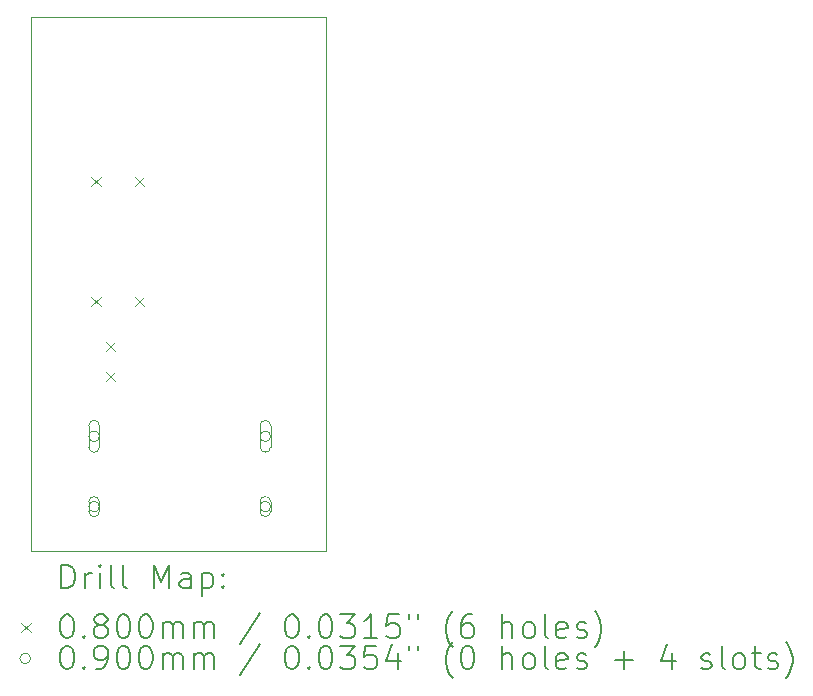
<source format=gbr>
%TF.GenerationSoftware,KiCad,Pcbnew,8.0.5*%
%TF.CreationDate,2024-12-17T10:43:07+01:00*%
%TF.ProjectId,ffc2hdmi,66666332-6864-46d6-992e-6b696361645f,rev?*%
%TF.SameCoordinates,Original*%
%TF.FileFunction,Drillmap*%
%TF.FilePolarity,Positive*%
%FSLAX45Y45*%
G04 Gerber Fmt 4.5, Leading zero omitted, Abs format (unit mm)*
G04 Created by KiCad (PCBNEW 8.0.5) date 2024-12-17 10:43:07*
%MOMM*%
%LPD*%
G01*
G04 APERTURE LIST*
%ADD10C,0.050000*%
%ADD11C,0.200000*%
%ADD12C,0.100000*%
G04 APERTURE END LIST*
D10*
X13600110Y-7905000D02*
X16100110Y-7905000D01*
X16100110Y-12430000D01*
X13600110Y-12430000D01*
X13600110Y-7905000D01*
D11*
D12*
X14112500Y-9257500D02*
X14192500Y-9337500D01*
X14192500Y-9257500D02*
X14112500Y-9337500D01*
X14112500Y-10273500D02*
X14192500Y-10353500D01*
X14192500Y-10273500D02*
X14112500Y-10353500D01*
X14232500Y-10657500D02*
X14312500Y-10737500D01*
X14312500Y-10657500D02*
X14232500Y-10737500D01*
X14232500Y-10907500D02*
X14312500Y-10987500D01*
X14312500Y-10907500D02*
X14232500Y-10987500D01*
X14480000Y-9257500D02*
X14560000Y-9337500D01*
X14560000Y-9257500D02*
X14480000Y-9337500D01*
X14480000Y-10273500D02*
X14560000Y-10353500D01*
X14560000Y-10273500D02*
X14480000Y-10353500D01*
X14180000Y-11456000D02*
G75*
G02*
X14090000Y-11456000I-45000J0D01*
G01*
X14090000Y-11456000D02*
G75*
G02*
X14180000Y-11456000I45000J0D01*
G01*
X14090000Y-11366000D02*
X14090000Y-11546000D01*
X14180000Y-11546000D02*
G75*
G02*
X14090000Y-11546000I-45000J0D01*
G01*
X14180000Y-11546000D02*
X14180000Y-11366000D01*
X14180000Y-11366000D02*
G75*
G03*
X14090000Y-11366000I-45000J0D01*
G01*
X14180000Y-12051000D02*
G75*
G02*
X14090000Y-12051000I-45000J0D01*
G01*
X14090000Y-12051000D02*
G75*
G02*
X14180000Y-12051000I45000J0D01*
G01*
X14090000Y-12011000D02*
X14090000Y-12091000D01*
X14180000Y-12091000D02*
G75*
G02*
X14090000Y-12091000I-45000J0D01*
G01*
X14180000Y-12091000D02*
X14180000Y-12011000D01*
X14180000Y-12011000D02*
G75*
G03*
X14090000Y-12011000I-45000J0D01*
G01*
X15630000Y-11456000D02*
G75*
G02*
X15540000Y-11456000I-45000J0D01*
G01*
X15540000Y-11456000D02*
G75*
G02*
X15630000Y-11456000I45000J0D01*
G01*
X15540000Y-11366000D02*
X15540000Y-11546000D01*
X15630000Y-11546000D02*
G75*
G02*
X15540000Y-11546000I-45000J0D01*
G01*
X15630000Y-11546000D02*
X15630000Y-11366000D01*
X15630000Y-11366000D02*
G75*
G03*
X15540000Y-11366000I-45000J0D01*
G01*
X15630000Y-12051000D02*
G75*
G02*
X15540000Y-12051000I-45000J0D01*
G01*
X15540000Y-12051000D02*
G75*
G02*
X15630000Y-12051000I45000J0D01*
G01*
X15540000Y-12011000D02*
X15540000Y-12091000D01*
X15630000Y-12091000D02*
G75*
G02*
X15540000Y-12091000I-45000J0D01*
G01*
X15630000Y-12091000D02*
X15630000Y-12011000D01*
X15630000Y-12011000D02*
G75*
G03*
X15540000Y-12011000I-45000J0D01*
G01*
D11*
X13858387Y-12743984D02*
X13858387Y-12543984D01*
X13858387Y-12543984D02*
X13906006Y-12543984D01*
X13906006Y-12543984D02*
X13934577Y-12553508D01*
X13934577Y-12553508D02*
X13953625Y-12572555D01*
X13953625Y-12572555D02*
X13963149Y-12591603D01*
X13963149Y-12591603D02*
X13972672Y-12629698D01*
X13972672Y-12629698D02*
X13972672Y-12658269D01*
X13972672Y-12658269D02*
X13963149Y-12696365D01*
X13963149Y-12696365D02*
X13953625Y-12715412D01*
X13953625Y-12715412D02*
X13934577Y-12734460D01*
X13934577Y-12734460D02*
X13906006Y-12743984D01*
X13906006Y-12743984D02*
X13858387Y-12743984D01*
X14058387Y-12743984D02*
X14058387Y-12610650D01*
X14058387Y-12648746D02*
X14067911Y-12629698D01*
X14067911Y-12629698D02*
X14077434Y-12620174D01*
X14077434Y-12620174D02*
X14096482Y-12610650D01*
X14096482Y-12610650D02*
X14115530Y-12610650D01*
X14182196Y-12743984D02*
X14182196Y-12610650D01*
X14182196Y-12543984D02*
X14172672Y-12553508D01*
X14172672Y-12553508D02*
X14182196Y-12563031D01*
X14182196Y-12563031D02*
X14191720Y-12553508D01*
X14191720Y-12553508D02*
X14182196Y-12543984D01*
X14182196Y-12543984D02*
X14182196Y-12563031D01*
X14306006Y-12743984D02*
X14286958Y-12734460D01*
X14286958Y-12734460D02*
X14277434Y-12715412D01*
X14277434Y-12715412D02*
X14277434Y-12543984D01*
X14410768Y-12743984D02*
X14391720Y-12734460D01*
X14391720Y-12734460D02*
X14382196Y-12715412D01*
X14382196Y-12715412D02*
X14382196Y-12543984D01*
X14639339Y-12743984D02*
X14639339Y-12543984D01*
X14639339Y-12543984D02*
X14706006Y-12686841D01*
X14706006Y-12686841D02*
X14772672Y-12543984D01*
X14772672Y-12543984D02*
X14772672Y-12743984D01*
X14953625Y-12743984D02*
X14953625Y-12639222D01*
X14953625Y-12639222D02*
X14944101Y-12620174D01*
X14944101Y-12620174D02*
X14925053Y-12610650D01*
X14925053Y-12610650D02*
X14886958Y-12610650D01*
X14886958Y-12610650D02*
X14867911Y-12620174D01*
X14953625Y-12734460D02*
X14934577Y-12743984D01*
X14934577Y-12743984D02*
X14886958Y-12743984D01*
X14886958Y-12743984D02*
X14867911Y-12734460D01*
X14867911Y-12734460D02*
X14858387Y-12715412D01*
X14858387Y-12715412D02*
X14858387Y-12696365D01*
X14858387Y-12696365D02*
X14867911Y-12677317D01*
X14867911Y-12677317D02*
X14886958Y-12667793D01*
X14886958Y-12667793D02*
X14934577Y-12667793D01*
X14934577Y-12667793D02*
X14953625Y-12658269D01*
X15048863Y-12610650D02*
X15048863Y-12810650D01*
X15048863Y-12620174D02*
X15067911Y-12610650D01*
X15067911Y-12610650D02*
X15106006Y-12610650D01*
X15106006Y-12610650D02*
X15125053Y-12620174D01*
X15125053Y-12620174D02*
X15134577Y-12629698D01*
X15134577Y-12629698D02*
X15144101Y-12648746D01*
X15144101Y-12648746D02*
X15144101Y-12705888D01*
X15144101Y-12705888D02*
X15134577Y-12724936D01*
X15134577Y-12724936D02*
X15125053Y-12734460D01*
X15125053Y-12734460D02*
X15106006Y-12743984D01*
X15106006Y-12743984D02*
X15067911Y-12743984D01*
X15067911Y-12743984D02*
X15048863Y-12734460D01*
X15229815Y-12724936D02*
X15239339Y-12734460D01*
X15239339Y-12734460D02*
X15229815Y-12743984D01*
X15229815Y-12743984D02*
X15220292Y-12734460D01*
X15220292Y-12734460D02*
X15229815Y-12724936D01*
X15229815Y-12724936D02*
X15229815Y-12743984D01*
X15229815Y-12620174D02*
X15239339Y-12629698D01*
X15239339Y-12629698D02*
X15229815Y-12639222D01*
X15229815Y-12639222D02*
X15220292Y-12629698D01*
X15220292Y-12629698D02*
X15229815Y-12620174D01*
X15229815Y-12620174D02*
X15229815Y-12639222D01*
D12*
X13517610Y-13032500D02*
X13597610Y-13112500D01*
X13597610Y-13032500D02*
X13517610Y-13112500D01*
D11*
X13896482Y-12963984D02*
X13915530Y-12963984D01*
X13915530Y-12963984D02*
X13934577Y-12973508D01*
X13934577Y-12973508D02*
X13944101Y-12983031D01*
X13944101Y-12983031D02*
X13953625Y-13002079D01*
X13953625Y-13002079D02*
X13963149Y-13040174D01*
X13963149Y-13040174D02*
X13963149Y-13087793D01*
X13963149Y-13087793D02*
X13953625Y-13125888D01*
X13953625Y-13125888D02*
X13944101Y-13144936D01*
X13944101Y-13144936D02*
X13934577Y-13154460D01*
X13934577Y-13154460D02*
X13915530Y-13163984D01*
X13915530Y-13163984D02*
X13896482Y-13163984D01*
X13896482Y-13163984D02*
X13877434Y-13154460D01*
X13877434Y-13154460D02*
X13867911Y-13144936D01*
X13867911Y-13144936D02*
X13858387Y-13125888D01*
X13858387Y-13125888D02*
X13848863Y-13087793D01*
X13848863Y-13087793D02*
X13848863Y-13040174D01*
X13848863Y-13040174D02*
X13858387Y-13002079D01*
X13858387Y-13002079D02*
X13867911Y-12983031D01*
X13867911Y-12983031D02*
X13877434Y-12973508D01*
X13877434Y-12973508D02*
X13896482Y-12963984D01*
X14048863Y-13144936D02*
X14058387Y-13154460D01*
X14058387Y-13154460D02*
X14048863Y-13163984D01*
X14048863Y-13163984D02*
X14039339Y-13154460D01*
X14039339Y-13154460D02*
X14048863Y-13144936D01*
X14048863Y-13144936D02*
X14048863Y-13163984D01*
X14172672Y-13049698D02*
X14153625Y-13040174D01*
X14153625Y-13040174D02*
X14144101Y-13030650D01*
X14144101Y-13030650D02*
X14134577Y-13011603D01*
X14134577Y-13011603D02*
X14134577Y-13002079D01*
X14134577Y-13002079D02*
X14144101Y-12983031D01*
X14144101Y-12983031D02*
X14153625Y-12973508D01*
X14153625Y-12973508D02*
X14172672Y-12963984D01*
X14172672Y-12963984D02*
X14210768Y-12963984D01*
X14210768Y-12963984D02*
X14229815Y-12973508D01*
X14229815Y-12973508D02*
X14239339Y-12983031D01*
X14239339Y-12983031D02*
X14248863Y-13002079D01*
X14248863Y-13002079D02*
X14248863Y-13011603D01*
X14248863Y-13011603D02*
X14239339Y-13030650D01*
X14239339Y-13030650D02*
X14229815Y-13040174D01*
X14229815Y-13040174D02*
X14210768Y-13049698D01*
X14210768Y-13049698D02*
X14172672Y-13049698D01*
X14172672Y-13049698D02*
X14153625Y-13059222D01*
X14153625Y-13059222D02*
X14144101Y-13068746D01*
X14144101Y-13068746D02*
X14134577Y-13087793D01*
X14134577Y-13087793D02*
X14134577Y-13125888D01*
X14134577Y-13125888D02*
X14144101Y-13144936D01*
X14144101Y-13144936D02*
X14153625Y-13154460D01*
X14153625Y-13154460D02*
X14172672Y-13163984D01*
X14172672Y-13163984D02*
X14210768Y-13163984D01*
X14210768Y-13163984D02*
X14229815Y-13154460D01*
X14229815Y-13154460D02*
X14239339Y-13144936D01*
X14239339Y-13144936D02*
X14248863Y-13125888D01*
X14248863Y-13125888D02*
X14248863Y-13087793D01*
X14248863Y-13087793D02*
X14239339Y-13068746D01*
X14239339Y-13068746D02*
X14229815Y-13059222D01*
X14229815Y-13059222D02*
X14210768Y-13049698D01*
X14372672Y-12963984D02*
X14391720Y-12963984D01*
X14391720Y-12963984D02*
X14410768Y-12973508D01*
X14410768Y-12973508D02*
X14420292Y-12983031D01*
X14420292Y-12983031D02*
X14429815Y-13002079D01*
X14429815Y-13002079D02*
X14439339Y-13040174D01*
X14439339Y-13040174D02*
X14439339Y-13087793D01*
X14439339Y-13087793D02*
X14429815Y-13125888D01*
X14429815Y-13125888D02*
X14420292Y-13144936D01*
X14420292Y-13144936D02*
X14410768Y-13154460D01*
X14410768Y-13154460D02*
X14391720Y-13163984D01*
X14391720Y-13163984D02*
X14372672Y-13163984D01*
X14372672Y-13163984D02*
X14353625Y-13154460D01*
X14353625Y-13154460D02*
X14344101Y-13144936D01*
X14344101Y-13144936D02*
X14334577Y-13125888D01*
X14334577Y-13125888D02*
X14325053Y-13087793D01*
X14325053Y-13087793D02*
X14325053Y-13040174D01*
X14325053Y-13040174D02*
X14334577Y-13002079D01*
X14334577Y-13002079D02*
X14344101Y-12983031D01*
X14344101Y-12983031D02*
X14353625Y-12973508D01*
X14353625Y-12973508D02*
X14372672Y-12963984D01*
X14563149Y-12963984D02*
X14582196Y-12963984D01*
X14582196Y-12963984D02*
X14601244Y-12973508D01*
X14601244Y-12973508D02*
X14610768Y-12983031D01*
X14610768Y-12983031D02*
X14620292Y-13002079D01*
X14620292Y-13002079D02*
X14629815Y-13040174D01*
X14629815Y-13040174D02*
X14629815Y-13087793D01*
X14629815Y-13087793D02*
X14620292Y-13125888D01*
X14620292Y-13125888D02*
X14610768Y-13144936D01*
X14610768Y-13144936D02*
X14601244Y-13154460D01*
X14601244Y-13154460D02*
X14582196Y-13163984D01*
X14582196Y-13163984D02*
X14563149Y-13163984D01*
X14563149Y-13163984D02*
X14544101Y-13154460D01*
X14544101Y-13154460D02*
X14534577Y-13144936D01*
X14534577Y-13144936D02*
X14525053Y-13125888D01*
X14525053Y-13125888D02*
X14515530Y-13087793D01*
X14515530Y-13087793D02*
X14515530Y-13040174D01*
X14515530Y-13040174D02*
X14525053Y-13002079D01*
X14525053Y-13002079D02*
X14534577Y-12983031D01*
X14534577Y-12983031D02*
X14544101Y-12973508D01*
X14544101Y-12973508D02*
X14563149Y-12963984D01*
X14715530Y-13163984D02*
X14715530Y-13030650D01*
X14715530Y-13049698D02*
X14725053Y-13040174D01*
X14725053Y-13040174D02*
X14744101Y-13030650D01*
X14744101Y-13030650D02*
X14772673Y-13030650D01*
X14772673Y-13030650D02*
X14791720Y-13040174D01*
X14791720Y-13040174D02*
X14801244Y-13059222D01*
X14801244Y-13059222D02*
X14801244Y-13163984D01*
X14801244Y-13059222D02*
X14810768Y-13040174D01*
X14810768Y-13040174D02*
X14829815Y-13030650D01*
X14829815Y-13030650D02*
X14858387Y-13030650D01*
X14858387Y-13030650D02*
X14877434Y-13040174D01*
X14877434Y-13040174D02*
X14886958Y-13059222D01*
X14886958Y-13059222D02*
X14886958Y-13163984D01*
X14982196Y-13163984D02*
X14982196Y-13030650D01*
X14982196Y-13049698D02*
X14991720Y-13040174D01*
X14991720Y-13040174D02*
X15010768Y-13030650D01*
X15010768Y-13030650D02*
X15039339Y-13030650D01*
X15039339Y-13030650D02*
X15058387Y-13040174D01*
X15058387Y-13040174D02*
X15067911Y-13059222D01*
X15067911Y-13059222D02*
X15067911Y-13163984D01*
X15067911Y-13059222D02*
X15077434Y-13040174D01*
X15077434Y-13040174D02*
X15096482Y-13030650D01*
X15096482Y-13030650D02*
X15125053Y-13030650D01*
X15125053Y-13030650D02*
X15144101Y-13040174D01*
X15144101Y-13040174D02*
X15153625Y-13059222D01*
X15153625Y-13059222D02*
X15153625Y-13163984D01*
X15544101Y-12954460D02*
X15372673Y-13211603D01*
X15801244Y-12963984D02*
X15820292Y-12963984D01*
X15820292Y-12963984D02*
X15839339Y-12973508D01*
X15839339Y-12973508D02*
X15848863Y-12983031D01*
X15848863Y-12983031D02*
X15858387Y-13002079D01*
X15858387Y-13002079D02*
X15867911Y-13040174D01*
X15867911Y-13040174D02*
X15867911Y-13087793D01*
X15867911Y-13087793D02*
X15858387Y-13125888D01*
X15858387Y-13125888D02*
X15848863Y-13144936D01*
X15848863Y-13144936D02*
X15839339Y-13154460D01*
X15839339Y-13154460D02*
X15820292Y-13163984D01*
X15820292Y-13163984D02*
X15801244Y-13163984D01*
X15801244Y-13163984D02*
X15782196Y-13154460D01*
X15782196Y-13154460D02*
X15772673Y-13144936D01*
X15772673Y-13144936D02*
X15763149Y-13125888D01*
X15763149Y-13125888D02*
X15753625Y-13087793D01*
X15753625Y-13087793D02*
X15753625Y-13040174D01*
X15753625Y-13040174D02*
X15763149Y-13002079D01*
X15763149Y-13002079D02*
X15772673Y-12983031D01*
X15772673Y-12983031D02*
X15782196Y-12973508D01*
X15782196Y-12973508D02*
X15801244Y-12963984D01*
X15953625Y-13144936D02*
X15963149Y-13154460D01*
X15963149Y-13154460D02*
X15953625Y-13163984D01*
X15953625Y-13163984D02*
X15944101Y-13154460D01*
X15944101Y-13154460D02*
X15953625Y-13144936D01*
X15953625Y-13144936D02*
X15953625Y-13163984D01*
X16086958Y-12963984D02*
X16106006Y-12963984D01*
X16106006Y-12963984D02*
X16125054Y-12973508D01*
X16125054Y-12973508D02*
X16134577Y-12983031D01*
X16134577Y-12983031D02*
X16144101Y-13002079D01*
X16144101Y-13002079D02*
X16153625Y-13040174D01*
X16153625Y-13040174D02*
X16153625Y-13087793D01*
X16153625Y-13087793D02*
X16144101Y-13125888D01*
X16144101Y-13125888D02*
X16134577Y-13144936D01*
X16134577Y-13144936D02*
X16125054Y-13154460D01*
X16125054Y-13154460D02*
X16106006Y-13163984D01*
X16106006Y-13163984D02*
X16086958Y-13163984D01*
X16086958Y-13163984D02*
X16067911Y-13154460D01*
X16067911Y-13154460D02*
X16058387Y-13144936D01*
X16058387Y-13144936D02*
X16048863Y-13125888D01*
X16048863Y-13125888D02*
X16039339Y-13087793D01*
X16039339Y-13087793D02*
X16039339Y-13040174D01*
X16039339Y-13040174D02*
X16048863Y-13002079D01*
X16048863Y-13002079D02*
X16058387Y-12983031D01*
X16058387Y-12983031D02*
X16067911Y-12973508D01*
X16067911Y-12973508D02*
X16086958Y-12963984D01*
X16220292Y-12963984D02*
X16344101Y-12963984D01*
X16344101Y-12963984D02*
X16277435Y-13040174D01*
X16277435Y-13040174D02*
X16306006Y-13040174D01*
X16306006Y-13040174D02*
X16325054Y-13049698D01*
X16325054Y-13049698D02*
X16334577Y-13059222D01*
X16334577Y-13059222D02*
X16344101Y-13078269D01*
X16344101Y-13078269D02*
X16344101Y-13125888D01*
X16344101Y-13125888D02*
X16334577Y-13144936D01*
X16334577Y-13144936D02*
X16325054Y-13154460D01*
X16325054Y-13154460D02*
X16306006Y-13163984D01*
X16306006Y-13163984D02*
X16248863Y-13163984D01*
X16248863Y-13163984D02*
X16229816Y-13154460D01*
X16229816Y-13154460D02*
X16220292Y-13144936D01*
X16534577Y-13163984D02*
X16420292Y-13163984D01*
X16477435Y-13163984D02*
X16477435Y-12963984D01*
X16477435Y-12963984D02*
X16458387Y-12992555D01*
X16458387Y-12992555D02*
X16439339Y-13011603D01*
X16439339Y-13011603D02*
X16420292Y-13021127D01*
X16715530Y-12963984D02*
X16620292Y-12963984D01*
X16620292Y-12963984D02*
X16610768Y-13059222D01*
X16610768Y-13059222D02*
X16620292Y-13049698D01*
X16620292Y-13049698D02*
X16639339Y-13040174D01*
X16639339Y-13040174D02*
X16686958Y-13040174D01*
X16686958Y-13040174D02*
X16706006Y-13049698D01*
X16706006Y-13049698D02*
X16715530Y-13059222D01*
X16715530Y-13059222D02*
X16725054Y-13078269D01*
X16725054Y-13078269D02*
X16725054Y-13125888D01*
X16725054Y-13125888D02*
X16715530Y-13144936D01*
X16715530Y-13144936D02*
X16706006Y-13154460D01*
X16706006Y-13154460D02*
X16686958Y-13163984D01*
X16686958Y-13163984D02*
X16639339Y-13163984D01*
X16639339Y-13163984D02*
X16620292Y-13154460D01*
X16620292Y-13154460D02*
X16610768Y-13144936D01*
X16801244Y-12963984D02*
X16801244Y-13002079D01*
X16877435Y-12963984D02*
X16877435Y-13002079D01*
X17172673Y-13240174D02*
X17163149Y-13230650D01*
X17163149Y-13230650D02*
X17144101Y-13202079D01*
X17144101Y-13202079D02*
X17134578Y-13183031D01*
X17134578Y-13183031D02*
X17125054Y-13154460D01*
X17125054Y-13154460D02*
X17115530Y-13106841D01*
X17115530Y-13106841D02*
X17115530Y-13068746D01*
X17115530Y-13068746D02*
X17125054Y-13021127D01*
X17125054Y-13021127D02*
X17134578Y-12992555D01*
X17134578Y-12992555D02*
X17144101Y-12973508D01*
X17144101Y-12973508D02*
X17163149Y-12944936D01*
X17163149Y-12944936D02*
X17172673Y-12935412D01*
X17334578Y-12963984D02*
X17296482Y-12963984D01*
X17296482Y-12963984D02*
X17277435Y-12973508D01*
X17277435Y-12973508D02*
X17267911Y-12983031D01*
X17267911Y-12983031D02*
X17248863Y-13011603D01*
X17248863Y-13011603D02*
X17239340Y-13049698D01*
X17239340Y-13049698D02*
X17239340Y-13125888D01*
X17239340Y-13125888D02*
X17248863Y-13144936D01*
X17248863Y-13144936D02*
X17258387Y-13154460D01*
X17258387Y-13154460D02*
X17277435Y-13163984D01*
X17277435Y-13163984D02*
X17315530Y-13163984D01*
X17315530Y-13163984D02*
X17334578Y-13154460D01*
X17334578Y-13154460D02*
X17344101Y-13144936D01*
X17344101Y-13144936D02*
X17353625Y-13125888D01*
X17353625Y-13125888D02*
X17353625Y-13078269D01*
X17353625Y-13078269D02*
X17344101Y-13059222D01*
X17344101Y-13059222D02*
X17334578Y-13049698D01*
X17334578Y-13049698D02*
X17315530Y-13040174D01*
X17315530Y-13040174D02*
X17277435Y-13040174D01*
X17277435Y-13040174D02*
X17258387Y-13049698D01*
X17258387Y-13049698D02*
X17248863Y-13059222D01*
X17248863Y-13059222D02*
X17239340Y-13078269D01*
X17591721Y-13163984D02*
X17591721Y-12963984D01*
X17677435Y-13163984D02*
X17677435Y-13059222D01*
X17677435Y-13059222D02*
X17667911Y-13040174D01*
X17667911Y-13040174D02*
X17648863Y-13030650D01*
X17648863Y-13030650D02*
X17620292Y-13030650D01*
X17620292Y-13030650D02*
X17601244Y-13040174D01*
X17601244Y-13040174D02*
X17591721Y-13049698D01*
X17801244Y-13163984D02*
X17782197Y-13154460D01*
X17782197Y-13154460D02*
X17772673Y-13144936D01*
X17772673Y-13144936D02*
X17763149Y-13125888D01*
X17763149Y-13125888D02*
X17763149Y-13068746D01*
X17763149Y-13068746D02*
X17772673Y-13049698D01*
X17772673Y-13049698D02*
X17782197Y-13040174D01*
X17782197Y-13040174D02*
X17801244Y-13030650D01*
X17801244Y-13030650D02*
X17829816Y-13030650D01*
X17829816Y-13030650D02*
X17848863Y-13040174D01*
X17848863Y-13040174D02*
X17858387Y-13049698D01*
X17858387Y-13049698D02*
X17867911Y-13068746D01*
X17867911Y-13068746D02*
X17867911Y-13125888D01*
X17867911Y-13125888D02*
X17858387Y-13144936D01*
X17858387Y-13144936D02*
X17848863Y-13154460D01*
X17848863Y-13154460D02*
X17829816Y-13163984D01*
X17829816Y-13163984D02*
X17801244Y-13163984D01*
X17982197Y-13163984D02*
X17963149Y-13154460D01*
X17963149Y-13154460D02*
X17953625Y-13135412D01*
X17953625Y-13135412D02*
X17953625Y-12963984D01*
X18134578Y-13154460D02*
X18115530Y-13163984D01*
X18115530Y-13163984D02*
X18077435Y-13163984D01*
X18077435Y-13163984D02*
X18058387Y-13154460D01*
X18058387Y-13154460D02*
X18048863Y-13135412D01*
X18048863Y-13135412D02*
X18048863Y-13059222D01*
X18048863Y-13059222D02*
X18058387Y-13040174D01*
X18058387Y-13040174D02*
X18077435Y-13030650D01*
X18077435Y-13030650D02*
X18115530Y-13030650D01*
X18115530Y-13030650D02*
X18134578Y-13040174D01*
X18134578Y-13040174D02*
X18144102Y-13059222D01*
X18144102Y-13059222D02*
X18144102Y-13078269D01*
X18144102Y-13078269D02*
X18048863Y-13097317D01*
X18220292Y-13154460D02*
X18239340Y-13163984D01*
X18239340Y-13163984D02*
X18277435Y-13163984D01*
X18277435Y-13163984D02*
X18296483Y-13154460D01*
X18296483Y-13154460D02*
X18306006Y-13135412D01*
X18306006Y-13135412D02*
X18306006Y-13125888D01*
X18306006Y-13125888D02*
X18296483Y-13106841D01*
X18296483Y-13106841D02*
X18277435Y-13097317D01*
X18277435Y-13097317D02*
X18248863Y-13097317D01*
X18248863Y-13097317D02*
X18229816Y-13087793D01*
X18229816Y-13087793D02*
X18220292Y-13068746D01*
X18220292Y-13068746D02*
X18220292Y-13059222D01*
X18220292Y-13059222D02*
X18229816Y-13040174D01*
X18229816Y-13040174D02*
X18248863Y-13030650D01*
X18248863Y-13030650D02*
X18277435Y-13030650D01*
X18277435Y-13030650D02*
X18296483Y-13040174D01*
X18372673Y-13240174D02*
X18382197Y-13230650D01*
X18382197Y-13230650D02*
X18401244Y-13202079D01*
X18401244Y-13202079D02*
X18410768Y-13183031D01*
X18410768Y-13183031D02*
X18420292Y-13154460D01*
X18420292Y-13154460D02*
X18429816Y-13106841D01*
X18429816Y-13106841D02*
X18429816Y-13068746D01*
X18429816Y-13068746D02*
X18420292Y-13021127D01*
X18420292Y-13021127D02*
X18410768Y-12992555D01*
X18410768Y-12992555D02*
X18401244Y-12973508D01*
X18401244Y-12973508D02*
X18382197Y-12944936D01*
X18382197Y-12944936D02*
X18372673Y-12935412D01*
D12*
X13597610Y-13336500D02*
G75*
G02*
X13507610Y-13336500I-45000J0D01*
G01*
X13507610Y-13336500D02*
G75*
G02*
X13597610Y-13336500I45000J0D01*
G01*
D11*
X13896482Y-13227984D02*
X13915530Y-13227984D01*
X13915530Y-13227984D02*
X13934577Y-13237508D01*
X13934577Y-13237508D02*
X13944101Y-13247031D01*
X13944101Y-13247031D02*
X13953625Y-13266079D01*
X13953625Y-13266079D02*
X13963149Y-13304174D01*
X13963149Y-13304174D02*
X13963149Y-13351793D01*
X13963149Y-13351793D02*
X13953625Y-13389888D01*
X13953625Y-13389888D02*
X13944101Y-13408936D01*
X13944101Y-13408936D02*
X13934577Y-13418460D01*
X13934577Y-13418460D02*
X13915530Y-13427984D01*
X13915530Y-13427984D02*
X13896482Y-13427984D01*
X13896482Y-13427984D02*
X13877434Y-13418460D01*
X13877434Y-13418460D02*
X13867911Y-13408936D01*
X13867911Y-13408936D02*
X13858387Y-13389888D01*
X13858387Y-13389888D02*
X13848863Y-13351793D01*
X13848863Y-13351793D02*
X13848863Y-13304174D01*
X13848863Y-13304174D02*
X13858387Y-13266079D01*
X13858387Y-13266079D02*
X13867911Y-13247031D01*
X13867911Y-13247031D02*
X13877434Y-13237508D01*
X13877434Y-13237508D02*
X13896482Y-13227984D01*
X14048863Y-13408936D02*
X14058387Y-13418460D01*
X14058387Y-13418460D02*
X14048863Y-13427984D01*
X14048863Y-13427984D02*
X14039339Y-13418460D01*
X14039339Y-13418460D02*
X14048863Y-13408936D01*
X14048863Y-13408936D02*
X14048863Y-13427984D01*
X14153625Y-13427984D02*
X14191720Y-13427984D01*
X14191720Y-13427984D02*
X14210768Y-13418460D01*
X14210768Y-13418460D02*
X14220292Y-13408936D01*
X14220292Y-13408936D02*
X14239339Y-13380365D01*
X14239339Y-13380365D02*
X14248863Y-13342269D01*
X14248863Y-13342269D02*
X14248863Y-13266079D01*
X14248863Y-13266079D02*
X14239339Y-13247031D01*
X14239339Y-13247031D02*
X14229815Y-13237508D01*
X14229815Y-13237508D02*
X14210768Y-13227984D01*
X14210768Y-13227984D02*
X14172672Y-13227984D01*
X14172672Y-13227984D02*
X14153625Y-13237508D01*
X14153625Y-13237508D02*
X14144101Y-13247031D01*
X14144101Y-13247031D02*
X14134577Y-13266079D01*
X14134577Y-13266079D02*
X14134577Y-13313698D01*
X14134577Y-13313698D02*
X14144101Y-13332746D01*
X14144101Y-13332746D02*
X14153625Y-13342269D01*
X14153625Y-13342269D02*
X14172672Y-13351793D01*
X14172672Y-13351793D02*
X14210768Y-13351793D01*
X14210768Y-13351793D02*
X14229815Y-13342269D01*
X14229815Y-13342269D02*
X14239339Y-13332746D01*
X14239339Y-13332746D02*
X14248863Y-13313698D01*
X14372672Y-13227984D02*
X14391720Y-13227984D01*
X14391720Y-13227984D02*
X14410768Y-13237508D01*
X14410768Y-13237508D02*
X14420292Y-13247031D01*
X14420292Y-13247031D02*
X14429815Y-13266079D01*
X14429815Y-13266079D02*
X14439339Y-13304174D01*
X14439339Y-13304174D02*
X14439339Y-13351793D01*
X14439339Y-13351793D02*
X14429815Y-13389888D01*
X14429815Y-13389888D02*
X14420292Y-13408936D01*
X14420292Y-13408936D02*
X14410768Y-13418460D01*
X14410768Y-13418460D02*
X14391720Y-13427984D01*
X14391720Y-13427984D02*
X14372672Y-13427984D01*
X14372672Y-13427984D02*
X14353625Y-13418460D01*
X14353625Y-13418460D02*
X14344101Y-13408936D01*
X14344101Y-13408936D02*
X14334577Y-13389888D01*
X14334577Y-13389888D02*
X14325053Y-13351793D01*
X14325053Y-13351793D02*
X14325053Y-13304174D01*
X14325053Y-13304174D02*
X14334577Y-13266079D01*
X14334577Y-13266079D02*
X14344101Y-13247031D01*
X14344101Y-13247031D02*
X14353625Y-13237508D01*
X14353625Y-13237508D02*
X14372672Y-13227984D01*
X14563149Y-13227984D02*
X14582196Y-13227984D01*
X14582196Y-13227984D02*
X14601244Y-13237508D01*
X14601244Y-13237508D02*
X14610768Y-13247031D01*
X14610768Y-13247031D02*
X14620292Y-13266079D01*
X14620292Y-13266079D02*
X14629815Y-13304174D01*
X14629815Y-13304174D02*
X14629815Y-13351793D01*
X14629815Y-13351793D02*
X14620292Y-13389888D01*
X14620292Y-13389888D02*
X14610768Y-13408936D01*
X14610768Y-13408936D02*
X14601244Y-13418460D01*
X14601244Y-13418460D02*
X14582196Y-13427984D01*
X14582196Y-13427984D02*
X14563149Y-13427984D01*
X14563149Y-13427984D02*
X14544101Y-13418460D01*
X14544101Y-13418460D02*
X14534577Y-13408936D01*
X14534577Y-13408936D02*
X14525053Y-13389888D01*
X14525053Y-13389888D02*
X14515530Y-13351793D01*
X14515530Y-13351793D02*
X14515530Y-13304174D01*
X14515530Y-13304174D02*
X14525053Y-13266079D01*
X14525053Y-13266079D02*
X14534577Y-13247031D01*
X14534577Y-13247031D02*
X14544101Y-13237508D01*
X14544101Y-13237508D02*
X14563149Y-13227984D01*
X14715530Y-13427984D02*
X14715530Y-13294650D01*
X14715530Y-13313698D02*
X14725053Y-13304174D01*
X14725053Y-13304174D02*
X14744101Y-13294650D01*
X14744101Y-13294650D02*
X14772673Y-13294650D01*
X14772673Y-13294650D02*
X14791720Y-13304174D01*
X14791720Y-13304174D02*
X14801244Y-13323222D01*
X14801244Y-13323222D02*
X14801244Y-13427984D01*
X14801244Y-13323222D02*
X14810768Y-13304174D01*
X14810768Y-13304174D02*
X14829815Y-13294650D01*
X14829815Y-13294650D02*
X14858387Y-13294650D01*
X14858387Y-13294650D02*
X14877434Y-13304174D01*
X14877434Y-13304174D02*
X14886958Y-13323222D01*
X14886958Y-13323222D02*
X14886958Y-13427984D01*
X14982196Y-13427984D02*
X14982196Y-13294650D01*
X14982196Y-13313698D02*
X14991720Y-13304174D01*
X14991720Y-13304174D02*
X15010768Y-13294650D01*
X15010768Y-13294650D02*
X15039339Y-13294650D01*
X15039339Y-13294650D02*
X15058387Y-13304174D01*
X15058387Y-13304174D02*
X15067911Y-13323222D01*
X15067911Y-13323222D02*
X15067911Y-13427984D01*
X15067911Y-13323222D02*
X15077434Y-13304174D01*
X15077434Y-13304174D02*
X15096482Y-13294650D01*
X15096482Y-13294650D02*
X15125053Y-13294650D01*
X15125053Y-13294650D02*
X15144101Y-13304174D01*
X15144101Y-13304174D02*
X15153625Y-13323222D01*
X15153625Y-13323222D02*
X15153625Y-13427984D01*
X15544101Y-13218460D02*
X15372673Y-13475603D01*
X15801244Y-13227984D02*
X15820292Y-13227984D01*
X15820292Y-13227984D02*
X15839339Y-13237508D01*
X15839339Y-13237508D02*
X15848863Y-13247031D01*
X15848863Y-13247031D02*
X15858387Y-13266079D01*
X15858387Y-13266079D02*
X15867911Y-13304174D01*
X15867911Y-13304174D02*
X15867911Y-13351793D01*
X15867911Y-13351793D02*
X15858387Y-13389888D01*
X15858387Y-13389888D02*
X15848863Y-13408936D01*
X15848863Y-13408936D02*
X15839339Y-13418460D01*
X15839339Y-13418460D02*
X15820292Y-13427984D01*
X15820292Y-13427984D02*
X15801244Y-13427984D01*
X15801244Y-13427984D02*
X15782196Y-13418460D01*
X15782196Y-13418460D02*
X15772673Y-13408936D01*
X15772673Y-13408936D02*
X15763149Y-13389888D01*
X15763149Y-13389888D02*
X15753625Y-13351793D01*
X15753625Y-13351793D02*
X15753625Y-13304174D01*
X15753625Y-13304174D02*
X15763149Y-13266079D01*
X15763149Y-13266079D02*
X15772673Y-13247031D01*
X15772673Y-13247031D02*
X15782196Y-13237508D01*
X15782196Y-13237508D02*
X15801244Y-13227984D01*
X15953625Y-13408936D02*
X15963149Y-13418460D01*
X15963149Y-13418460D02*
X15953625Y-13427984D01*
X15953625Y-13427984D02*
X15944101Y-13418460D01*
X15944101Y-13418460D02*
X15953625Y-13408936D01*
X15953625Y-13408936D02*
X15953625Y-13427984D01*
X16086958Y-13227984D02*
X16106006Y-13227984D01*
X16106006Y-13227984D02*
X16125054Y-13237508D01*
X16125054Y-13237508D02*
X16134577Y-13247031D01*
X16134577Y-13247031D02*
X16144101Y-13266079D01*
X16144101Y-13266079D02*
X16153625Y-13304174D01*
X16153625Y-13304174D02*
X16153625Y-13351793D01*
X16153625Y-13351793D02*
X16144101Y-13389888D01*
X16144101Y-13389888D02*
X16134577Y-13408936D01*
X16134577Y-13408936D02*
X16125054Y-13418460D01*
X16125054Y-13418460D02*
X16106006Y-13427984D01*
X16106006Y-13427984D02*
X16086958Y-13427984D01*
X16086958Y-13427984D02*
X16067911Y-13418460D01*
X16067911Y-13418460D02*
X16058387Y-13408936D01*
X16058387Y-13408936D02*
X16048863Y-13389888D01*
X16048863Y-13389888D02*
X16039339Y-13351793D01*
X16039339Y-13351793D02*
X16039339Y-13304174D01*
X16039339Y-13304174D02*
X16048863Y-13266079D01*
X16048863Y-13266079D02*
X16058387Y-13247031D01*
X16058387Y-13247031D02*
X16067911Y-13237508D01*
X16067911Y-13237508D02*
X16086958Y-13227984D01*
X16220292Y-13227984D02*
X16344101Y-13227984D01*
X16344101Y-13227984D02*
X16277435Y-13304174D01*
X16277435Y-13304174D02*
X16306006Y-13304174D01*
X16306006Y-13304174D02*
X16325054Y-13313698D01*
X16325054Y-13313698D02*
X16334577Y-13323222D01*
X16334577Y-13323222D02*
X16344101Y-13342269D01*
X16344101Y-13342269D02*
X16344101Y-13389888D01*
X16344101Y-13389888D02*
X16334577Y-13408936D01*
X16334577Y-13408936D02*
X16325054Y-13418460D01*
X16325054Y-13418460D02*
X16306006Y-13427984D01*
X16306006Y-13427984D02*
X16248863Y-13427984D01*
X16248863Y-13427984D02*
X16229816Y-13418460D01*
X16229816Y-13418460D02*
X16220292Y-13408936D01*
X16525054Y-13227984D02*
X16429816Y-13227984D01*
X16429816Y-13227984D02*
X16420292Y-13323222D01*
X16420292Y-13323222D02*
X16429816Y-13313698D01*
X16429816Y-13313698D02*
X16448863Y-13304174D01*
X16448863Y-13304174D02*
X16496482Y-13304174D01*
X16496482Y-13304174D02*
X16515530Y-13313698D01*
X16515530Y-13313698D02*
X16525054Y-13323222D01*
X16525054Y-13323222D02*
X16534577Y-13342269D01*
X16534577Y-13342269D02*
X16534577Y-13389888D01*
X16534577Y-13389888D02*
X16525054Y-13408936D01*
X16525054Y-13408936D02*
X16515530Y-13418460D01*
X16515530Y-13418460D02*
X16496482Y-13427984D01*
X16496482Y-13427984D02*
X16448863Y-13427984D01*
X16448863Y-13427984D02*
X16429816Y-13418460D01*
X16429816Y-13418460D02*
X16420292Y-13408936D01*
X16706006Y-13294650D02*
X16706006Y-13427984D01*
X16658387Y-13218460D02*
X16610768Y-13361317D01*
X16610768Y-13361317D02*
X16734577Y-13361317D01*
X16801244Y-13227984D02*
X16801244Y-13266079D01*
X16877435Y-13227984D02*
X16877435Y-13266079D01*
X17172673Y-13504174D02*
X17163149Y-13494650D01*
X17163149Y-13494650D02*
X17144101Y-13466079D01*
X17144101Y-13466079D02*
X17134578Y-13447031D01*
X17134578Y-13447031D02*
X17125054Y-13418460D01*
X17125054Y-13418460D02*
X17115530Y-13370841D01*
X17115530Y-13370841D02*
X17115530Y-13332746D01*
X17115530Y-13332746D02*
X17125054Y-13285127D01*
X17125054Y-13285127D02*
X17134578Y-13256555D01*
X17134578Y-13256555D02*
X17144101Y-13237508D01*
X17144101Y-13237508D02*
X17163149Y-13208936D01*
X17163149Y-13208936D02*
X17172673Y-13199412D01*
X17286959Y-13227984D02*
X17306006Y-13227984D01*
X17306006Y-13227984D02*
X17325054Y-13237508D01*
X17325054Y-13237508D02*
X17334578Y-13247031D01*
X17334578Y-13247031D02*
X17344101Y-13266079D01*
X17344101Y-13266079D02*
X17353625Y-13304174D01*
X17353625Y-13304174D02*
X17353625Y-13351793D01*
X17353625Y-13351793D02*
X17344101Y-13389888D01*
X17344101Y-13389888D02*
X17334578Y-13408936D01*
X17334578Y-13408936D02*
X17325054Y-13418460D01*
X17325054Y-13418460D02*
X17306006Y-13427984D01*
X17306006Y-13427984D02*
X17286959Y-13427984D01*
X17286959Y-13427984D02*
X17267911Y-13418460D01*
X17267911Y-13418460D02*
X17258387Y-13408936D01*
X17258387Y-13408936D02*
X17248863Y-13389888D01*
X17248863Y-13389888D02*
X17239340Y-13351793D01*
X17239340Y-13351793D02*
X17239340Y-13304174D01*
X17239340Y-13304174D02*
X17248863Y-13266079D01*
X17248863Y-13266079D02*
X17258387Y-13247031D01*
X17258387Y-13247031D02*
X17267911Y-13237508D01*
X17267911Y-13237508D02*
X17286959Y-13227984D01*
X17591721Y-13427984D02*
X17591721Y-13227984D01*
X17677435Y-13427984D02*
X17677435Y-13323222D01*
X17677435Y-13323222D02*
X17667911Y-13304174D01*
X17667911Y-13304174D02*
X17648863Y-13294650D01*
X17648863Y-13294650D02*
X17620292Y-13294650D01*
X17620292Y-13294650D02*
X17601244Y-13304174D01*
X17601244Y-13304174D02*
X17591721Y-13313698D01*
X17801244Y-13427984D02*
X17782197Y-13418460D01*
X17782197Y-13418460D02*
X17772673Y-13408936D01*
X17772673Y-13408936D02*
X17763149Y-13389888D01*
X17763149Y-13389888D02*
X17763149Y-13332746D01*
X17763149Y-13332746D02*
X17772673Y-13313698D01*
X17772673Y-13313698D02*
X17782197Y-13304174D01*
X17782197Y-13304174D02*
X17801244Y-13294650D01*
X17801244Y-13294650D02*
X17829816Y-13294650D01*
X17829816Y-13294650D02*
X17848863Y-13304174D01*
X17848863Y-13304174D02*
X17858387Y-13313698D01*
X17858387Y-13313698D02*
X17867911Y-13332746D01*
X17867911Y-13332746D02*
X17867911Y-13389888D01*
X17867911Y-13389888D02*
X17858387Y-13408936D01*
X17858387Y-13408936D02*
X17848863Y-13418460D01*
X17848863Y-13418460D02*
X17829816Y-13427984D01*
X17829816Y-13427984D02*
X17801244Y-13427984D01*
X17982197Y-13427984D02*
X17963149Y-13418460D01*
X17963149Y-13418460D02*
X17953625Y-13399412D01*
X17953625Y-13399412D02*
X17953625Y-13227984D01*
X18134578Y-13418460D02*
X18115530Y-13427984D01*
X18115530Y-13427984D02*
X18077435Y-13427984D01*
X18077435Y-13427984D02*
X18058387Y-13418460D01*
X18058387Y-13418460D02*
X18048863Y-13399412D01*
X18048863Y-13399412D02*
X18048863Y-13323222D01*
X18048863Y-13323222D02*
X18058387Y-13304174D01*
X18058387Y-13304174D02*
X18077435Y-13294650D01*
X18077435Y-13294650D02*
X18115530Y-13294650D01*
X18115530Y-13294650D02*
X18134578Y-13304174D01*
X18134578Y-13304174D02*
X18144102Y-13323222D01*
X18144102Y-13323222D02*
X18144102Y-13342269D01*
X18144102Y-13342269D02*
X18048863Y-13361317D01*
X18220292Y-13418460D02*
X18239340Y-13427984D01*
X18239340Y-13427984D02*
X18277435Y-13427984D01*
X18277435Y-13427984D02*
X18296483Y-13418460D01*
X18296483Y-13418460D02*
X18306006Y-13399412D01*
X18306006Y-13399412D02*
X18306006Y-13389888D01*
X18306006Y-13389888D02*
X18296483Y-13370841D01*
X18296483Y-13370841D02*
X18277435Y-13361317D01*
X18277435Y-13361317D02*
X18248863Y-13361317D01*
X18248863Y-13361317D02*
X18229816Y-13351793D01*
X18229816Y-13351793D02*
X18220292Y-13332746D01*
X18220292Y-13332746D02*
X18220292Y-13323222D01*
X18220292Y-13323222D02*
X18229816Y-13304174D01*
X18229816Y-13304174D02*
X18248863Y-13294650D01*
X18248863Y-13294650D02*
X18277435Y-13294650D01*
X18277435Y-13294650D02*
X18296483Y-13304174D01*
X18544102Y-13351793D02*
X18696483Y-13351793D01*
X18620292Y-13427984D02*
X18620292Y-13275603D01*
X19029816Y-13294650D02*
X19029816Y-13427984D01*
X18982197Y-13218460D02*
X18934578Y-13361317D01*
X18934578Y-13361317D02*
X19058387Y-13361317D01*
X19277435Y-13418460D02*
X19296483Y-13427984D01*
X19296483Y-13427984D02*
X19334578Y-13427984D01*
X19334578Y-13427984D02*
X19353626Y-13418460D01*
X19353626Y-13418460D02*
X19363149Y-13399412D01*
X19363149Y-13399412D02*
X19363149Y-13389888D01*
X19363149Y-13389888D02*
X19353626Y-13370841D01*
X19353626Y-13370841D02*
X19334578Y-13361317D01*
X19334578Y-13361317D02*
X19306006Y-13361317D01*
X19306006Y-13361317D02*
X19286959Y-13351793D01*
X19286959Y-13351793D02*
X19277435Y-13332746D01*
X19277435Y-13332746D02*
X19277435Y-13323222D01*
X19277435Y-13323222D02*
X19286959Y-13304174D01*
X19286959Y-13304174D02*
X19306006Y-13294650D01*
X19306006Y-13294650D02*
X19334578Y-13294650D01*
X19334578Y-13294650D02*
X19353626Y-13304174D01*
X19477435Y-13427984D02*
X19458387Y-13418460D01*
X19458387Y-13418460D02*
X19448864Y-13399412D01*
X19448864Y-13399412D02*
X19448864Y-13227984D01*
X19582197Y-13427984D02*
X19563149Y-13418460D01*
X19563149Y-13418460D02*
X19553626Y-13408936D01*
X19553626Y-13408936D02*
X19544102Y-13389888D01*
X19544102Y-13389888D02*
X19544102Y-13332746D01*
X19544102Y-13332746D02*
X19553626Y-13313698D01*
X19553626Y-13313698D02*
X19563149Y-13304174D01*
X19563149Y-13304174D02*
X19582197Y-13294650D01*
X19582197Y-13294650D02*
X19610768Y-13294650D01*
X19610768Y-13294650D02*
X19629816Y-13304174D01*
X19629816Y-13304174D02*
X19639340Y-13313698D01*
X19639340Y-13313698D02*
X19648864Y-13332746D01*
X19648864Y-13332746D02*
X19648864Y-13389888D01*
X19648864Y-13389888D02*
X19639340Y-13408936D01*
X19639340Y-13408936D02*
X19629816Y-13418460D01*
X19629816Y-13418460D02*
X19610768Y-13427984D01*
X19610768Y-13427984D02*
X19582197Y-13427984D01*
X19706007Y-13294650D02*
X19782197Y-13294650D01*
X19734578Y-13227984D02*
X19734578Y-13399412D01*
X19734578Y-13399412D02*
X19744102Y-13418460D01*
X19744102Y-13418460D02*
X19763149Y-13427984D01*
X19763149Y-13427984D02*
X19782197Y-13427984D01*
X19839340Y-13418460D02*
X19858387Y-13427984D01*
X19858387Y-13427984D02*
X19896483Y-13427984D01*
X19896483Y-13427984D02*
X19915530Y-13418460D01*
X19915530Y-13418460D02*
X19925054Y-13399412D01*
X19925054Y-13399412D02*
X19925054Y-13389888D01*
X19925054Y-13389888D02*
X19915530Y-13370841D01*
X19915530Y-13370841D02*
X19896483Y-13361317D01*
X19896483Y-13361317D02*
X19867911Y-13361317D01*
X19867911Y-13361317D02*
X19848864Y-13351793D01*
X19848864Y-13351793D02*
X19839340Y-13332746D01*
X19839340Y-13332746D02*
X19839340Y-13323222D01*
X19839340Y-13323222D02*
X19848864Y-13304174D01*
X19848864Y-13304174D02*
X19867911Y-13294650D01*
X19867911Y-13294650D02*
X19896483Y-13294650D01*
X19896483Y-13294650D02*
X19915530Y-13304174D01*
X19991721Y-13504174D02*
X20001245Y-13494650D01*
X20001245Y-13494650D02*
X20020292Y-13466079D01*
X20020292Y-13466079D02*
X20029816Y-13447031D01*
X20029816Y-13447031D02*
X20039340Y-13418460D01*
X20039340Y-13418460D02*
X20048864Y-13370841D01*
X20048864Y-13370841D02*
X20048864Y-13332746D01*
X20048864Y-13332746D02*
X20039340Y-13285127D01*
X20039340Y-13285127D02*
X20029816Y-13256555D01*
X20029816Y-13256555D02*
X20020292Y-13237508D01*
X20020292Y-13237508D02*
X20001245Y-13208936D01*
X20001245Y-13208936D02*
X19991721Y-13199412D01*
M02*

</source>
